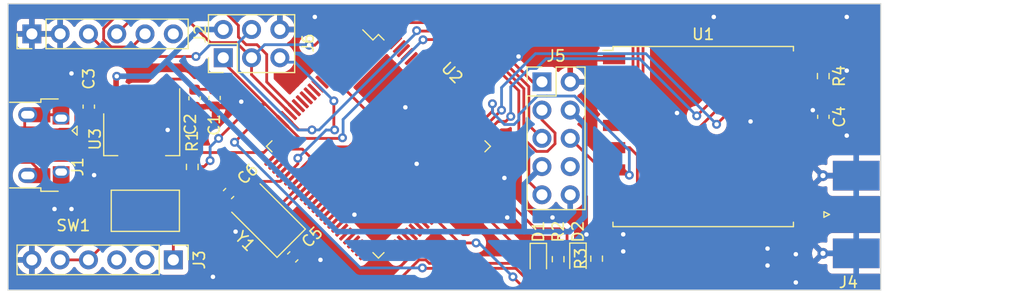
<source format=kicad_pcb>
(kicad_pcb (version 20221018) (generator pcbnew)
  (layers (0 "F.Cu" signal) (31 "B.Cu" signal) (34 "B.Paste" user) (35 "F.Paste" user) (36 "B.SilkS" user "B.Silkscreen") (37 "F.SilkS" user "F.Silkscreen") (38 "B.Mask" user) (39 "F.Mask" user) (44 "Edge.Cuts" user))
  (net 0 "")
  (net 10 "TCK")
  (net 11 "GND")
  (net 25 "TDO")
  (net 60 "Net-(D1-K)")
  (net 61 "LED2")
  (net 65 "DIO0")
  (net 66 "DIO1")
  (net 76 "TMS")
  (net 77 "RST")
  (net 79 "TDI")
  (net 85 "Net-(U2-XTAL1)")
  (net 86 "+5V")
  (net 90 "unconnected-(J1-Shield-Pad6)")
  (net 91 "MOSI")
  (net 92 "SCK")
  (net 93 "SS_ETH")
  (net 94 "INT")
  (net 95 "MISO")
  (net 96 "RST_ETH")
  (net 98 "Net-(J4-In)")
  (net 99 "SS_LORA")
  (net 100 "RST_LORA")
  (net 104 "+3V3")
  (net 106 "Net-(U2-XTAL2)")
  (net 107 "Net-(D2-K)")
  (net 108 "LED1")
  (footprint "Package_QFP:TQFP-100_14x14mm_P0.5mm" (layer "F.Cu") (at 71.75311 71.066968 -45)
    (fp_text reference "U2")
    (fp_text value "ATmega2560-16A" hide)
  )
  (footprint "Capacitor_SMD:C_0603_1608Metric" (layer "F.Cu") (at 55.25 66.75 -90)
    (fp_text reference "C2")
    (fp_text value "C_Small" hide)
  )
  (footprint "Connector_Coaxial:SMA_Molex_73251-2120_EdgeMount_Horizontal" (layer "F.Cu") (at 114.64195 77.19977)
    (fp_text reference "J4")
    (fp_text value "Conn_Coaxial" hide)
  )
  (footprint "Crystal:Crystal_SMD_5032-2Pin_5.0x3.2mm" (layer "F.Cu") (at 61.764415 77.627509 135)
    (fp_text reference "Y1")
    (fp_text value "Crystal" hide)
  )
  (footprint "Connector_PinHeader_2.54mm:PinHeader_2x05_P2.54mm_Vertical" (layer "F.Cu") (at 86.428108 65.270793)
    (fp_text reference "J5")
    (fp_text value "AVR-JTAG-10" hide)
  )
  (footprint "Connector_USB:USB_Micro-B_Amphenol_10103594-0001LF_Horizontal" (layer "F.Cu") (at 41.385 70.985 -90)
    (fp_text reference "J1")
    (fp_text value "USB_B_Micro" hide)
  )
  (footprint "LED_SMD:LED_0603_1608Metric" (layer "F.Cu") (at 86.106 81.28 -90)
    (fp_text reference "D1")
    (fp_text value "LED" hide)
  )
  (footprint "Capacitor_SMD:C_0603_1608Metric" (layer "F.Cu") (at 58.298902 75.317131 -135)
    (fp_text reference "C6")
    (fp_text value "C_Small" hide)
  )
  (footprint "Capacitor_SMD:C_0603_1608Metric" (layer "F.Cu") (at 57.039531 66.719876 -90)
    (fp_text reference "C1")
    (fp_text value "C_Small" hide)
  )
  (footprint "RF_Module:HOPERF_RFM9XW_SMD" (layer "F.Cu") (at 100.905501 70.191404)
    (fp_text reference "U1")
    (fp_text value "RFM95W-868S2" hide)
  )
  (footprint "Resistor_SMD:R_0603_1608Metric" (layer "F.Cu") (at 55.039451 72.921808 -90)
    (fp_text reference "R1")
    (fp_text value "R_Small" hide)
  )
  (footprint "Button_Switch_SMD:SW_SPST_CK_RS282G05A3" (layer "F.Cu") (at 50.826322 76.866836)
    (fp_text reference "SW1")
    (fp_text value "SW_Push" hide)
  )
  (footprint "Capacitor_SMD:C_0603_1608Metric" (layer "F.Cu") (at 64.058177 81.014393 -135)
    (fp_text reference "C5")
    (fp_text value "C_Small" hide)
  )
  (footprint "LED_SMD:LED_0603_1608Metric" (layer "F.Cu") (at 89.662 81.2545 -90)
    (fp_text reference "D2")
    (fp_text value "LED" hide)
  )
  (footprint "Resistor_SMD:R_0603_1608Metric" (layer "F.Cu") (at 87.884 81.217 90)
    (fp_text reference "R2")
    (fp_text value "R_Small" hide)
  )
  (footprint "Connector_PinHeader_2.54mm:PinHeader_1x06_P2.54mm_Vertical" (layer "F.Cu") (at 53.34 81.28 -90)
    (fp_text reference "J3")
    (fp_text value "Conn_01x06" hide)
  )
  (footprint "Resistor_SMD:R_0603_1608Metric" (layer "F.Cu") (at 111.683103 64.754733 -90)
    (fp_text reference "R4")
    (fp_text value "R_Small" hide)
  )
  (footprint "Connector_PinHeader_2.54mm:PinHeader_2x03_P2.54mm_Vertical" (layer "F.Cu") (at 57.822132 63.105162 90)
    (fp_text reference "J6")
    (fp_text value "AVR-ISP-6" hide)
  )
  (footprint "Connector_PinHeader_2.54mm:PinHeader_1x06_P2.54mm_Vertical" (layer "F.Cu") (at 40.64 60.96 90)
    (fp_text reference "J2")
    (fp_text value "Conn_01x06" hide)
  )
  (footprint "Capacitor_SMD:C_0603_1608Metric" (layer "F.Cu") (at 111.689806 68.416164 -90)
    (fp_text reference "C4")
    (fp_text value "C_Small" hide)
  )
  (footprint "Package_TO_SOT_SMD:SOT-223-3_TabPin2" (layer "F.Cu") (at 50.5 70 -90)
    (fp_text reference "U3")
    (fp_text value "LM1117-3.3" hide)
  )
  (footprint "Resistor_SMD:R_0603_1608Metric" (layer "F.Cu") (at 91.337997 81.170814 90)
    (fp_text reference "R3")
    (fp_text value "R_Small" hide)
  )
  (footprint "Capacitor_SMD:C_0603_1608Metric" (layer "F.Cu") (at 45.75 67.5 -90)
    (fp_text reference "C3")
    (fp_text value "C_Small" hide)
  )
  (gr_line (start 116.84 83.995) (end 116.84 58.245) (stroke (width 0.1)) (layer "Edge.Cuts"))
  (gr_line (start 38.5 58.25) (end 38.5 84) (stroke (width 0.1)) (layer "Edge.Cuts"))
  (gr_line (start 38.5 84) (end 116.84 84) (stroke (width 0.1)) (layer "Edge.Cuts"))
  (gr_line (start 116.84 58.25) (end 38.5 58.25) (stroke (width 0.1)) (layer "Edge.Cuts"))
  (segment (start 76.260826 63.023718) (end 75.403549 63.880995) (width 0.25) (layer "F.Cu") (net 10))
  (segment (start 85.581488 65.270793) (end 83.334413 63.023718) (width 0.25) (layer "F.Cu") (net 10))
  (segment (start 83.334413 63.023718) (end 76.260826 63.023718) (width 0.25) (layer "F.Cu") (net 10))
  (segment (start 86.428108 65.270793) (end 85.581488 65.270793) (width 0.25) (layer "F.Cu") (net 10))
  (segment (start 76.817762 76.838727) (end 76.2 76.220965) (width 0.25) (layer "F.Cu") (net 11))
  (segment (start 65.425437 73.152) (end 67.056 73.152) (width 0.25) (layer "F.Cu") (net 11))
  (segment (start 66.04 63.939645) (end 66.04 63.5) (width 0.25) (layer "F.Cu") (net 11))
  (segment (start 64.213584 74.363853) (end 65.425437 73.152) (width 0.25) (layer "F.Cu") (net 11))
  (segment (start 76.2 76.220965) (end 76.2 75.184) (width 0.25) (layer "F.Cu") (net 11))
  (segment (start 77.449035 77.47) (end 79.248 77.47) (width 0.25) (layer "F.Cu") (net 11))
  (segment (start 76.817762 76.838727) (end 77.449035 77.47) (width 0.25) (layer "F.Cu") (net 11))
  (segment (start 67.042011 64.941656) (end 66.04 63.939645) (width 0.25) (layer "F.Cu") (net 11))
  (via (at 83.058 73.914) (size 0.8) (drill 0.4) (layers "F.Cu" "B.Cu") (net 11))
  (via (at 58.928 78.74) (size 0.8) (drill 0.4) (layers "F.Cu" "B.Cu") (net 11))
  (via (at 56.896 82.804) (size 0.8) (drill 0.4) (layers "F.Cu" "B.Cu") (net 11))
  (via (at 113.792 64.262) (size 0.8) (drill 0.4) (layers "F.Cu" "B.Cu") (net 11))
  (via (at 109.22 83.312) (size 0.8) (drill 0.4) (layers "F.Cu" "B.Cu") (net 11))
  (via (at 66.04 59.436) (size 0.8) (drill 0.4) (layers "F.Cu" "B.Cu") (net 11))
  (via (at 109.22 80.772) (size 0.8) (drill 0.4) (layers "F.Cu" "B.Cu") (net 11))
  (via (at 113.792 70.104) (size 0.8) (drill 0.4) (layers "F.Cu" "B.Cu") (net 11))
  (via (at 42.672 76.708) (size 0.8) (drill 0.4) (layers "F.Cu" "B.Cu") (net 11))
  (via (at 46.228 73.66) (size 0.8) (drill 0.4) (layers "F.Cu" "B.Cu") (net 11))
  (via (at 44.196 76.708) (size 0.8) (drill 0.4) (layers "F.Cu" "B.Cu") (net 11))
  (via (at 69.596 77.216) (size 0.8) (drill 0.4) (layers "F.Cu" "B.Cu") (net 11))
  (via (at 84.328 62.992) (size 0.8) (drill 0.4) (layers "F.Cu" "B.Cu") (net 11))
  (via (at 66.548 81.28) (size 0.8) (drill 0.4) (layers "F.Cu" "B.Cu") (net 11))
  (via (at 113.792 59.436) (size 0.8) (drill 0.4) (layers "F.Cu" "B.Cu") (net 11))
  (via (at 52.832 69.596) (size 0.8) (drill 0.4) (layers "F.Cu" "B.Cu") (net 11))
  (via (at 101.854 59.436) (size 0.8) (drill 0.4) (layers "F.Cu" "B.Cu") (net 11))
  (via (at 105.156 68.834) (size 0.8) (drill 0.4) (layers "F.Cu" "B.Cu") (net 11))
  (via (at 93.726 80.518) (size 0.8) (drill 0.4) (layers "F.Cu" "B.Cu") (net 11))
  (via (at 83.312 77.47) (size 0.8) (drill 0.4) (layers "F.Cu" "B.Cu") (net 11))
  (via (at 74.168 67.564) (size 0.8) (drill 0.4) (layers "F.Cu" "B.Cu") (net 11))
  (via (at 59.436 67.056) (size 0.8) (drill 0.4) (layers "F.Cu" "B.Cu") (net 11))
  (via (at 87.376 77.47) (size 0.8) (drill 0.4) (layers "F.Cu" "B.Cu") (net 11))
  (via (at 98.552 68.072) (size 0.8) (drill 0.4) (layers "F.Cu" "B.Cu") (net 11))
  (via (at 106.68 81.788) (size 0.8) (drill 0.4) (layers "F.Cu" "B.Cu") (net 11))
  (via (at 75.184 72.644) (size 0.8) (drill 0.4) (layers "F.Cu" "B.Cu") (net 11))
  (via (at 106.68 80.264) (size 0.8) (drill 0.4) (layers "F.Cu" "B.Cu") (net 11))
  (via (at 93.726 78.984207) (size 0.8) (drill 0.4) (layers "F.Cu" "B.Cu") (net 11))
  (via (at 90.424 78.994) (size 0.8) (drill 0.4) (layers "F.Cu" "B.Cu") (net 11))
  (via (at 44.196 64.516) (size 0.8) (drill 0.4) (layers "F.Cu" "B.Cu") (net 11))
  (via (at 110.744 67.818) (size 0.8) (drill 0.4) (layers "F.Cu" "B.Cu") (net 11))
  (segment (start 84.803108 65.881504) (end 82.845322 63.923718) (width 0.25) (layer "F.Cu") (net 25))
  (segment (start 86.428108 67.810793) (end 86.428108 68.689092) (width 0.25) (layer "F.Cu") (net 25))
  (segment (start 87.603108 69.864092) (end 87.603108 70.837494) (width 0.25) (layer "F.Cu") (net 25))
  (segment (start 85.941407 71.525793) (end 84.803108 70.387494) (width 0.25) (layer "F.Cu") (net 25))
  (segment (start 86.428108 68.689092) (end 87.603108 69.864092) (width 0.25) (layer "F.Cu") (net 25))
  (segment (start 87.603108 70.837494) (end 86.914809 71.525793) (width 0.25) (layer "F.Cu") (net 25))
  (segment (start 84.803108 70.387494) (end 84.803108 65.881504) (width 0.25) (layer "F.Cu") (net 25))
  (segment (start 86.914809 71.525793) (end 85.941407 71.525793) (width 0.25) (layer "F.Cu") (net 25))
  (segment (start 82.845322 63.923718) (end 76.77504 63.923718) (width 0.25) (layer "F.Cu") (net 25))
  (segment (start 76.77504 63.923718) (end 76.110656 64.588102) (width 0.25) (layer "F.Cu") (net 25))
  (segment (start 86.106 80.4925) (end 86.3345 80.4925) (width 0.25) (layer "F.Cu") (net 60))
  (segment (start 86.3345 80.4925) (end 87.884 82.042) (width 0.25) (layer "F.Cu") (net 60))
  (segment (start 81.788 76.962) (end 81.026 76.2) (width 0.25) (layer "F.Cu") (net 61))
  (segment (start 86.106 82.0675) (end 81.788 77.7495) (width 0.25) (layer "F.Cu") (net 61))
  (segment (start 81.026 74.683004) (end 79.999743 73.656747) (width 0.25) (layer "F.Cu") (net 61))
  (segment (start 81.788 77.7495) (end 81.788 76.962) (width 0.25) (layer "F.Cu") (net 61))
  (segment (start 81.026 76.2) (end 81.026 74.683004) (width 0.25) (layer "F.Cu") (net 61))
  (segment (start 82.780253 67.818) (end 81.060403 69.53785) (width 0.25) (layer "F.Cu") (net 65))
  (segment (start 108.905501 67.191404) (end 104.004596 67.191404) (width 0.25) (layer "F.Cu") (net 65))
  (segment (start 82.804 67.818) (end 82.780253 67.818) (width 0.25) (layer "F.Cu") (net 65))
  (segment (start 104.004596 67.191404) (end 102.108 69.088) (width 0.25) (layer "F.Cu") (net 65))
  (via (at 102.108 69.088) (size 0.8) (drill 0.4) (layers "F.Cu" "B.Cu") (net 65))
  (via (at 82.804 67.818) (size 0.8) (drill 0.4) (layers "F.Cu" "B.Cu") (net 65))
  (segment (start 102.108 69.088) (end 95.758 62.738) (width 0.25) (layer "B.Cu") (net 65))
  (segment (start 82.804 65.78445) (end 82.804 67.818) (width 0.25) (layer "B.Cu") (net 65))
  (segment (start 95.758 62.738) (end 85.85045 62.738) (width 0.25) (layer "B.Cu") (net 65))
  (segment (start 85.85045 62.738) (end 82.804 65.78445) (width 0.25) (layer "B.Cu") (net 65))
  (segment (start 103.464596 65.191404) (end 100.325701 68.330299) (width 0.25) (layer "F.Cu") (net 66))
  (segment (start 83.177204 68.834) (end 82.471359 68.834) (width 0.25) (layer "F.Cu") (net 66))
  (segment (start 108.905501 65.191404) (end 103.464596 65.191404) (width 0.25) (layer "F.Cu") (net 66))
  (segment (start 82.471359 68.834) (end 81.413956 69.891403) (width 0.25) (layer "F.Cu") (net 66))
  (segment (start 83.629102 68.382102) (end 83.177204 68.834) (width 0.25) (layer "F.Cu") (net 66))
  (via (at 83.629102 68.382102) (size 0.8) (drill 0.4) (layers "F.Cu" "B.Cu") (net 66))
  (via (at 100.325701 68.330299) (size 0.8) (drill 0.4) (layers "F.Cu" "B.Cu") (net 66))
  (segment (start 100.325701 68.330299) (end 99.342402 67.347) (width 0.25) (layer "B.Cu") (net 66))
  (segment (start 91.694 63.188) (end 86.797297 63.188) (width 0.25) (layer "B.Cu") (net 66))
  (segment (start 85.278252 64.070649) (end 83.629102 65.719799) (width 0.25) (layer "B.Cu") (net 66))
  (segment (start 86.797297 63.188) (end 85.914649 64.070649) (width 0.25) (layer "B.Cu") (net 66))
  (segment (start 95.183402 63.188) (end 91.694 63.188) (width 0.25) (layer "B.Cu") (net 66))
  (segment (start 85.914649 64.070649) (end 85.278252 64.070649) (width 0.25) (layer "B.Cu") (net 66))
  (segment (start 83.629102 65.719799) (end 83.629102 68.382102) (width 0.25) (layer "B.Cu") (net 66))
  (segment (start 99.342402 67.347) (end 95.183402 63.188) (width 0.25) (layer "B.Cu") (net 66))
  (segment (start 83.031718 63.473718) (end 76.517933 63.473718) (width 0.25) (layer "F.Cu") (net 76))
  (segment (start 86.428108 70.350793) (end 85.253108 69.175793) (width 0.25) (layer "F.Cu") (net 76))
  (segment (start 85.253108 69.175793) (end 85.253108 65.695108) (width 0.25) (layer "F.Cu") (net 76))
  (segment (start 85.253108 65.695108) (end 83.031718 63.473718) (width 0.25) (layer "F.Cu") (net 76))
  (segment (start 76.517933 63.473718) (end 75.757102 64.234549) (width 0.25) (layer "F.Cu") (net 76))
  (segment (start 75.395994 81.2795) (end 73.363494 83.312) (width 0.25) (layer "F.Cu") (net 77))
  (segment (start 73.363494 83.312) (end 61.171486 83.312) (width 0.25) (layer "F.Cu") (net 77))
  (segment (start 54.726322 74.059937) (end 55.039451 73.746808) (width 0.25) (layer "F.Cu") (net 77))
  (segment (start 84.269701 81.592) (end 76.309104 81.592) (width 0.25) (layer "F.Cu") (net 77))
  (segment (start 76.309104 81.592) (end 75.996604 81.2795) (width 0.25) (layer "F.Cu") (net 77))
  (segment (start 85.507701 82.83) (end 84.269701 81.592) (width 0.25) (layer "F.Cu") (net 77))
  (segment (start 75.996604 81.2795) (end 75.395994 81.2795) (width 0.25) (layer "F.Cu") (net 77))
  (segment (start 92.71 82.55) (end 92.43 82.83) (width 0.25) (layer "F.Cu") (net 77))
  (segment (start 55.039451 73.746808) (end 60.030808 73.746808) (width 0.25) (layer "F.Cu") (net 77))
  (segment (start 60.508684 74.224684) (end 62.93854 74.224684) (width 0.25) (layer "F.Cu") (net 77))
  (segment (start 92.71 79.502) (end 92.71 82.55) (width 0.25) (layer "F.Cu") (net 77))
  (segment (start 67.749503 69.527503) (end 67.818 69.596) (width 0.25) (layer "F.Cu") (net 77))
  (segment (start 60.030808 73.746808) (end 60.508684 74.224684) (width 0.25) (layer "F.Cu") (net 77))
  (segment (start 62.93854 74.224684) (end 63.506477 73.656747) (width 0.25) (layer "F.Cu") (net 77))
  (segment (start 64.516 72.647224) (end 64.516 72.136) (width 0.25) (layer "F.Cu") (net 77))
  (segment (start 67.749503 66.987503) (end 67.749503 69.527503) (width 0.25) (layer "F.Cu") (net 77))
  (segment (start 54.726322 76.866836) (end 54.726322 74.059937) (width 0.25) (layer "F.Cu") (net 77))
  (segment (start 61.171486 83.312) (end 54.726322 76.866836) (width 0.25) (layer "F.Cu") (net 77))
  (segment (start 88.968108 70.350793) (end 91.186 72.568685) (width 0.25) (layer "F.Cu") (net 77))
  (segment (start 63.506477 73.656747) (end 64.516 72.647224) (width 0.25) (layer "F.Cu") (net 77))
  (segment (start 91.186 72.568685) (end 91.186 77.978) (width 0.25) (layer "F.Cu") (net 77))
  (segment (start 92.43 82.83) (end 85.507701 82.83) (width 0.25) (layer "F.Cu") (net 77))
  (segment (start 91.186 77.978) (end 92.71 79.502) (width 0.25) (layer "F.Cu") (net 77))
  (via (at 67.818 69.596) (size 0.8) (drill 0.4) (layers "F.Cu" "B.Cu") (net 77))
  (via (at 67.749503 66.987503) (size 0.8) (drill 0.4) (layers "F.Cu" "B.Cu") (net 77))
  (via (at 64.516 72.136) (size 0.8) (drill 0.4) (layers "F.Cu" "B.Cu") (net 77))
  (segment (start 67.056 69.605305) (end 67.808695 69.605305) (width 0.25) (layer "B.Cu") (net 77))
  (segment (start 64.262 63.5) (end 67.749503 66.987503) (width 0.25) (layer "B.Cu") (net 77))
  (segment (start 63.29697 63.5) (end 64.262 63.5) (width 0.25) (layer "B.Cu") (net 77))
  (segment (start 67.056 69.605305) (end 67.056 69.596) (width 0.25) (layer "B.Cu") (net 77))
  (segment (start 64.525305 72.136) (end 67.056 69.605305) (width 0.25) (layer "B.Cu") (net 77))
  (segment (start 62.902132 63.105162) (end 63.29697 63.5) (width 0.25) (layer "B.Cu") (net 77))
  (segment (start 67.808695 69.605305) (end 67.818 69.596) (width 0.25) (layer "B.Cu") (net 77))
  (segment (start 64.516 72.136) (end 64.525305 72.136) (width 0.25) (layer "B.Cu") (net 77))
  (segment (start 85.253108 71.537108) (end 85.253108 74.255793) (width 0.25) (layer "F.Cu") (net 79))
  (segment (start 84.353108 66.0679) (end 84.353108 70.637108) (width 0.25) (layer "F.Cu") (net 79))
  (segment (start 77.032147 64.373718) (end 82.658926 64.373718) (width 0.25) (layer "F.Cu") (net 79))
  (segment (start 82.658926 64.373718) (end 84.353108 66.0679) (width 0.25) (layer "F.Cu") (net 79))
  (segment (start 76.464209 64.941656) (end 77.032147 64.373718) (width 0.25) (layer "F.Cu") (net 79))
  (segment (start 85.253108 74.255793) (end 86.428108 75.430793) (width 0.25) (layer "F.Cu") (net 79))
  (segment (start 84.353108 70.637108) (end 85.253108 71.537108) (width 0.25) (layer "F.Cu") (net 79))
  (segment (start 63.072563 76.919088) (end 64.920691 75.07096) (width 0.25) (layer "F.Cu") (net 85))
  (segment (start 64.606185 80.466385) (end 64.603291 80.466385) (width 0.25) (layer "F.Cu") (net 85))
  (segment (start 64.603291 80.466385) (end 63.072563 78.935657) (width 0.25) (layer "F.Cu") (net 85))
  (segment (start 63.072563 78.935657) (end 63.072563 76.919088) (width 0.25) (layer "F.Cu") (net 85))
  (segment (start 45.875 66.85) (end 45.75 66.725) (width 0.5) (layer "F.Cu") (net 86))
  (segment (start 44.704 67.771) (end 45.75 66.725) (width 0.5) (layer "F.Cu") (net 86))
  (segment (start 48.2 66.85) (end 45.875 66.85) (width 0.5) (layer "F.Cu") (net 86))
  (segment (start 44.704 69.431) (end 44.704 67.771) (width 0.5) (layer "F.Cu") (net 86))
  (segment (start 48.26 64.77) (end 48.2 64.83) (width 0.5) (layer "F.Cu") (net 86))
  (segment (start 48.2 64.83) (end 48.2 66.85) (width 0.5) (layer "F.Cu") (net 86))
  (segment (start 44.475 69.66) (end 44.704 69.431) (width 0.5) (layer "F.Cu") (net 86))
  (segment (start 43.15 69.66) (end 44.475 69.66) (width 0.5) (layer "F.Cu") (net 86))
  (via (at 48.26 64.77) (size 0.8) (drill 0.4) (layers "F.Cu" "B.Cu") (net 86))
  (segment (start 90.268108 69.110793) (end 90.268108 77.371892) (width 0.5) (layer "B.Cu") (net 86))
  (segment (start 88.9 78.74) (end 84.836 78.74) (width 0.5) (layer "B.Cu") (net 86))
  (segment (start 48.26 64.77) (end 51.368478 64.77) (width 0.5) (layer "B.Cu") (net 86))
  (segment (start 84.836 74.482901) (end 84.836 78.74) (width 0.5) (layer "B.Cu") (net 86))
  (segment (start 90.268108 77.371892) (end 88.9 78.74) (width 0.5) (layer "B.Cu") (net 86))
  (segment (start 88.968108 67.810793) (end 90.268108 69.110793) (width 0.5) (layer "B.Cu") (net 86))
  (segment (start 68.072 78.74) (end 52.735239 63.403239) (width 0.5) (layer "B.Cu") (net 86))
  (segment (start 55.573316 60.565162) (end 52.735239 63.403239) (width 0.5) (layer "B.Cu") (net 86))
  (segment (start 86.428108 72.890793) (end 84.836 74.482901) (width 0.5) (layer "B.Cu") (net 86))
  (segment (start 57.822132 60.565162) (end 55.573316 60.565162) (width 0.5) (layer "B.Cu") (net 86))
  (segment (start 51.368478 64.77) (end 52.735239 63.403239) (width 0.5) (layer "B.Cu") (net 86))
  (segment (start 84.836 78.74) (end 68.072 78.74) (width 0.5) (layer "B.Cu") (net 86))
  (segment (start 40 71.92) (end 40 70) (width 0.25) (layer "F.Cu") (net 90))
  (segment (start 43.13 68.23) (end 43.25 68.11) (width 0.25) (layer "F.Cu") (net 90))
  (segment (start 41.2 68.23) (end 43.13 68.23) (width 0.25) (layer "F.Cu") (net 90))
  (segment (start 41.95 73.87) (end 40 71.92) (width 0.25) (layer "F.Cu") (net 90))
  (segment (start 41.95 73.96) (end 41.95 73.87) (width 0.25) (layer "F.Cu") (net 90))
  (segment (start 40 70) (end 40 68.5) (width 0.25) (layer "F.Cu") (net 90))
  (segment (start 40 68.5) (end 40.27 68.23) (width 0.25) (layer "F.Cu") (net 90))
  (segment (start 75.184 60.6685) (end 75.2215 60.706) (width 0.25) (layer "F.Cu") (net 91))
  (segment (start 55.372 62.992) (end 47.752 62.992) (width 0.25) (layer "F.Cu") (net 91))
  (segment (start 65.786 69.596) (end 64.625288 69.596) (width 0.25) (layer "F.Cu") (net 91))
  (segment (start 95.054 65.542905) (end 93.405501 67.191404) (width 0.25) (layer "F.Cu") (net 91))
  (segment (start 47.752 62.992) (end 45.72 60.96) (width 0.25) (layer "F.Cu") (net 91))
  (segment (start 94.105604 60.706) (end 95.054 61.654396) (width 0.25) (layer "F.Cu") (net 91))
  (segment (start 75.2215 60.706) (end 94.105604 60.706) (width 0.25) (layer "F.Cu") (net 91))
  (segment (start 95.054 61.654396) (end 95.054 65.542905) (width 0.25) (layer "F.Cu") (net 91))
  (segment (start 64.625288 69.596) (end 63.506477 68.477189) (width 0.25) (layer "F.Cu") (net 91))
  (segment (start 93.405501 67.191404) (end 92.905501 67.191404) (width 0.25) (layer "F.Cu") (net 91))
  (via (at 65.786 69.596) (size 0.8) (drill 0.4) (layers "F.Cu" "B.Cu") (net 91))
  (via (at 75.184 60.6685) (size 0.8) (drill 0.4) (layers "F.Cu" "B.Cu") (net 91))
  (via (at 55.372 62.992) (size 0.8) (drill 0.4) (layers "F.Cu" "B.Cu") (net 91))
  (segment (start 59.187132 61.740162) (end 59.187132 61.976) (width 0.25) (layer "B.Cu") (net 91))
  (segment (start 64.516 69.596) (end 59.187132 64.267132) (width 0.25) (layer "B.Cu") (net 91))
  (segment (start 75.184 60.831604) (end 75.184 60.6685) (width 0.25) (layer "B.Cu") (net 91))
  (segment (start 55.372 62.992) (end 55.585294 62.992) (width 0.25) (layer "B.Cu") (net 91))
  (segment (start 60.362132 60.565162) (end 59.187132 61.740162) (width 0.25) (layer "B.Cu") (net 91))
  (segment (start 65.786 69.596) (end 66.428909 69.596) (width 0.25) (layer "B.Cu") (net 91))
  (segment (start 66.428909 69.596) (end 66.606 69.418909) (width 0.25) (layer "B.Cu") (net 91))
  (segment (start 55.585294 62.992) (end 56.647132 61.930162) (width 0.25) (layer "B.Cu") (net 91))
  (segment (start 65.786 69.596) (end 64.516 69.596) (width 0.25) (layer "B.Cu") (net 91))
  (segment (start 66.606 69.418909) (end 66.606 69.409604) (width 0.25) (layer "B.Cu") (net 91))
  (segment (start 66.606 69.409604) (end 75.184 60.831604) (width 0.25) (layer "B.Cu") (net 91))
  (segment (start 59.187132 64.267132) (end 59.187132 61.976) (width 0.25) (layer "B.Cu") (net 91))
  (segment (start 56.647132 61.930162) (end 59.141294 61.930162) (width 0.25) (layer "B.Cu") (net 91))
  (segment (start 59.141294 61.930162) (end 59.187132 61.976) (width 0.25) (layer "B.Cu") (net 91))
  (segment (start 66.04 61.976) (end 65.532 61.976) (width 0.25) (layer "F.Cu") (net 92))
  (segment (start 60.362132 63.105162) (end 60.362132 64.625737) (width 0.25) (layer "F.Cu") (net 92))
  (segment (start 60.362132 64.625737) (end 63.860031 68.123636) (width 0.25) (layer "F.Cu") (net 92))
  (segment (start 95.504 61.468) (end 93.98 59.944) (width 0.25) (layer "F.Cu") (net 92))
  (segment (start 60.362132 63.105162) (end 58.997132 61.740162) (width 0.25) (layer "F.Cu") (net 92))
  (segment (start 49.784 59.436) (end 48.26 60.96) (width 0.25) (layer "F.Cu") (net 92))
  (segment (start 93.510954 68.735951) (end 95.504 66.742905) (width 0.25) (layer "F.Cu") (net 92))
  (segment (start 58.997132 61.740162) (end 56.660162 61.740162) (width 0.25) (layer "F.Cu") (net 92))
  (segment (start 54.356 59.436) (end 49.784 59.436) (width 0.25) (layer "F.Cu") (net 92))
  (segment (start 68.072 59.944) (end 66.548 61.468) (width 0.25) (layer "F.Cu") (net 92))
  (segment (start 92.905501 69.191404) (end 93.435954 68.660951) (width 0.25) (layer "F.Cu") (net 92))
  (segment (start 66.548 61.468) (end 66.04 61.976) (width 0.25) (layer "F.Cu") (net 92))
  (segment (start 93.435954 68.660951) (end 93.510954 68.735951) (width 0.25) (layer "F.Cu") (net 92))
  (segment (start 93.98 59.944) (end 68.072 59.944) (width 0.25) (layer "F.Cu") (net 92))
  (segment (start 95.504 66.742905) (end 95.504 61.468) (width 0.25) (layer "F.Cu") (net 92))
  (segment (start 56.660162 61.740162) (end 54.356 59.436) (width 0.25) (layer "F.Cu") (net 92))
  (via (at 65.532 61.976) (size 0.8) (drill 0.4) (layers "F.Cu" "B.Cu") (net 92))
  (segment (start 65.486162 61.930162) (end 61.537132 61.930162) (width 0.25) (layer "B.Cu") (net 92))
  (segment (start 61.537132 61.930162) (end 60.362132 63.105162) (width 0.25) (layer "B.Cu") (net 92))
  (segment (start 65.532 61.976) (end 65.486162 61.930162) (width 0.25) (layer "B.Cu") (net 92))
  (segment (start 48.630299 58.928) (end 57.912 58.928) (width 0.25) (layer "F.Cu") (net 93))
  (segment (start 49.625 62.135) (end 47.773299 62.135) (width 0.25) (layer "F.Cu") (net 93))
  (segment (start 47.085 61.446701) (end 47.085 60.473299) (width 0.25) (layer "F.Cu") (net 93))
  (segment (start 61.722 62.803329) (end 61.722 65.278499) (width 0.25) (layer "F.Cu") (net 93))
  (segment (start 59.182 60.198) (end 59.182 61.236731) (width 0.25) (layer "F.Cu") (net 93))
  (segment (start 47.085 60.473299) (end 48.630299 58.928) (width 0.25) (layer "F.Cu") (net 93))
  (segment (start 59.875431 61.930162) (end 60.848833 61.930162) (width 0.25) (layer "F.Cu") (net 93))
  (segment (start 57.912 58.928) (end 59.182 60.198) (width 0.25) (layer "F.Cu") (net 93))
  (segment (start 47.773299 62.135) (end 47.085 61.446701) (width 0.25) (layer "F.Cu") (net 93))
  (segment (start 59.182 61.236731) (end 59.875431 61.930162) (width 0.25) (layer "F.Cu") (net 93))
  (segment (start 61.722 65.278499) (end 64.213584 67.770083) (width 0.25) (layer "F.Cu") (net 93))
  (segment (start 60.848833 61.930162) (end 61.722 62.803329) (width 0.25) (layer "F.Cu") (net 93))
  (segment (start 50.8 60.96) (end 49.625 62.135) (width 0.25) (layer "F.Cu") (net 93))
  (segment (start 57.404 70.358) (end 60.452 67.31) (width 0.25) (layer "F.Cu") (net 95))
  (segment (start 94.320596 65.191404) (end 92.905501 65.191404) (width 0.25) (layer "F.Cu") (net 95))
  (segment (start 53.34 81.28) (end 53.34 74.228797) (width 0.25) (layer "F.Cu") (net 95))
  (segment (start 54.670797 72.898) (end 56.0965 72.898) (width 0.25) (layer "F.Cu") (net 95))
  (segment (start 94.604 64.908) (end 94.320596 65.191404) (width 0.25) (layer "F.Cu") (net 95))
  (segment (start 68.524755 70.302755) (end 68.46951 70.358) (width 0.25) (layer "F.Cu") (net 95))
  (segment (start 75.775635 61.468) (end 93.98 61.468) (width 0.25) (layer "F.Cu") (net 95))
  (segment (start 75.754315 61.48932) (end 75.775635 61.468) (width 0.25) (layer "F.Cu") (net 95))
  (segment (start 57.822132 63.105162) (end 57.822132 63.49995) (width 0.25) (layer "F.Cu") (net 95))
  (segment (start 60.452 67.31) (end 61.468 67.31) (width 0.25) (layer "F.Cu") (net 95))
  (segment (start 64.680181 70.358) (end 63.152924 68.830743) (width 0.25) (layer "F.Cu") (net 95))
  (segment (start 57.822132 63.49995) (end 61.550091 67.227909) (width 0.25) (layer "F.Cu") (net 95))
  (segment (start 61.468 67.31) (end 61.550091 67.227909) (width 0.25) (layer "F.Cu") (net 95))
  (segment (start 53.34 74.228797) (end 54.670797 72.898) (width 0.25) (layer "F.Cu") (net 95))
  (segment (start 68.46951 70.358) (end 64.680181 70.358) (width 0.25) (layer "F.Cu") (net 95))
  (segment (start 94.604 62.092) (end 94.604 64.908) (width 0.25) (layer "F.Cu") (net 95))
  (segment (start 93.98 61.468) (end 94.604 62.092) (width 0.25) (layer "F.Cu") (net 95))
  (segment (start 61.550091 67.227909) (end 63.152924 68.830743) (width 0.25) (layer "F.Cu") (net 95))
  (segment (start 56.0965 72.898) (end 56.642 72.3525) (width 0.25) (layer "F.Cu") (net 95))
  (via (at 75.754315 61.48932) (size 0.8) (drill 0.4) (layers "F.Cu" "B.Cu") (net 95))
  (via (at 68.524755 70.302755) (size 0.8) (drill 0.4) (layers "F.Cu" "B.Cu") (net 95))
  (via (at 56.642 72.3525) (size 0.8) (drill 0.4) (layers "F.Cu" "B.Cu") (net 95))
  (via (at 57.404 70.358) (size 0.8) (drill 0.4) (layers "F.Cu" "B.Cu") (net 95))
  (segment (start 75.754315 61.48932) (end 75.742819 61.48932) (width 0.25) (layer "B.Cu") (net 95))
  (segment (start 68.58 70.24751) (end 68.524755 70.302755) (width 0.25) (layer "B.Cu") (net 95))
  (segment (start 68.58 68.652139) (end 68.58 70.24751) (width 0.25) (layer "B.Cu") (net 95))
  (segment (start 56.642 72.3525) (end 56.642 71.12) (width 0.25) (layer "B.Cu") (net 95))
  (segment (start 75.742819 61.48932) (end 68.58 68.652139) (width 0.25) (layer "B.Cu") (net 95))
  (segment (start 56.642 71.12) (end 57.404 70.358) (width 0.25) (layer "B.Cu") (net 95))
  (segment (start 108.905501 77.191404) (end 114.633584 77.191404) (width 0.8) (layer "F.Cu") (net 98))
  (segment (start 114.633584 77.191404) (end 114.64195 77.19977) (width 0.8) (layer "F.Cu") (net 98))
  (segment (start 94.305404 71.191404) (end 94.996 71.882) (width 0.25) (layer "F.Cu") (net 99))
  (segment (start 110.968836 66.294) (end 103.632 66.294) (width 0.25) (layer "F.Cu") (net 99))
  (segment (start 75.733799 82.042) (end 75.696299 82.0045) (width 0.25) (layer "F.Cu") (net 99))
  (segment (start 58.835312 70.704688) (end 60.96 68.58) (width 0.25) (layer "F.Cu") (net 99))
  (segment (start 85.353305 83.312) (end 84.083305 82.042) (width 0.25) (layer "F.Cu") (net 99))
  (segment (start 62.195074 68.58) (end 62.79937 69.184296) (width 0.25) (layer "F.Cu") (net 99))
  (segment (start 95.25 71.628) (end 94.996 71.882) (width 0.25) (layer "F.Cu") (net 99))
  (segment (start 84.083305 82.042) (end 75.733799 82.042) (width 0.25) (layer "F.Cu") (net 99))
  (segment (start 98.298 71.628) (end 95.25 71.628) (width 0.25) (layer "F.Cu") (net 99))
  (segment (start 92.71 83.312) (end 85.353305 83.312) (width 0.25) (layer "F.Cu") (net 99))
  (segment (start 103.632 66.294) (end 98.298 71.628) (width 0.25) (layer "F.Cu") (net 99))
  (segment (start 94.996 81.026) (end 92.71 83.312) (width 0.25) (layer "F.Cu") (net 99))
  (segment (start 94.996 71.882) (end 94.996 81.026) (width 0.25) (layer "F.Cu") (net 99))
  (segment (start 111.683103 65.579733) (end 110.968836 66.294) (width 0.25) (layer "F.Cu") (net 99))
  (segment (start 92.905501 71.191404) (end 94.305404 71.191404) (width 0.25) (layer "F.Cu") (net 99))
  (segment (start 60.96 68.58) (end 62.195074 68.58) (width 0.25) (layer "F.Cu") (net 99))
  (via (at 75.696299 82.0045) (size 0.8) (drill 0.4) (layers "F.Cu" "B.Cu") (net 99))
  (via (at 58.835312 70.704688) (size 0.8) (drill 0.4) (layers "F.Cu" "B.Cu") (net 99))
  (segment (start 75.696299 82.0045) (end 70.135124 82.0045) (width 0.25) (layer "B.Cu") (net 99))
  (segment (start 70.135124 82.0045) (end 58.835312 70.704688) (width 0.25) (layer "B.Cu") (net 99))
  (segment (start 81.985627 67.244179) (end 81.985627 67.905519) (width 0.25) (layer "F.Cu") (net 100))
  (segment (start 81.985627 67.905519) (end 80.70685 69.184296) (width 0.25) (layer "F.Cu") (net 100))
  (segment (start 92.905501 73.191404) (end 93.802904 73.191404) (width 0.25) (layer "F.Cu") (net 100))
  (segment (start 93.802904 73.191404) (end 94.2715 73.66) (width 0.25) (layer "F.Cu") (net 100))
  (via (at 94.2715 73.66) (size 0.8) (drill 0.4) (layers "F.Cu" "B.Cu") (net 100))
  (via (at 81.985627 67.244179) (size 0.8) (drill 0.4) (layers "F.Cu" "B.Cu") (net 100))
  (segment (start 83.929407 69.107102) (end 83.067797 69.107102) (width 0.25) (layer "B.Cu") (net 100))
  (segment (start 83.067797 69.107102) (end 81.985627 68.024932) (width 0.25) (layer "B.Cu") (net 100))
  (segment (start 84.354102 68.682407) (end 83.929407 69.107102) (width 0.25) (layer "B.Cu") (net 100))
  (segment (start 86.868 66.548) (end 86.0292 66.548) (width 0.25) (layer "B.Cu") (net 100))
  (segment (start 94.2715 71.452484) (end 89.367016 66.548) (width 0.25) (layer "B.Cu") (net 100))
  (segment (start 86.0292 66.548) (end 84.354102 68.223098) (width 0.25) (layer "B.Cu") (net 100))
  (segment (start 94.2715 73.66) (end 94.2715 71.452484) (width 0.25) (layer "B.Cu") (net 100))
  (segment (start 81.985627 68.024932) (end 81.985627 67.244179) (width 0.25) (layer "B.Cu") (net 100))
  (segment (start 84.354102 68.223098) (end 84.354102 68.682407) (width 0.25) (layer "B.Cu") (net 100))
  (segment (start 89.367016 66.548) (end 86.868 66.548) (width 0.25) (layer "B.Cu") (net 100))
  (segment (start 71.628 72.356071) (end 71.628 70.612) (width 0.25) (layer "F.Cu") (net 104))
  (segment (start 63.860031 74.0103) (end 65.734331 72.136) (width 0.25) (layer "F.Cu") (net 104))
  (segment (start 55.25 65.975) (end 54.299 65.024) (width 0.25) (layer "F.Cu") (net 104))
  (segment (start 111.689806 69.191164) (end 112.776 68.10497) (width 0.25) (layer "F.Cu") (net 104))
  (segment (start 65.887166 72.034834) (end 66.802 71.12) (width 0.25) (layer "F.Cu") (net 104))
  (segment (start 50.5 70.104) (end 50.5 66.85) (width 0.25) (layer "F.Cu") (net 104))
  (segment (start 43.18 81.28) (end 45.72 81.28) (width 0.25) (layer "F.Cu") (net 104))
  (segment (start 92.964 83.82) (end 84.836 83.82) (width 0.25) (layer "F.Cu") (net 104))
  (segment (start 72.928675 61.406122) (end 69.178757 65.15604) (width 0.25) (layer "F.Cu") (net 104))
  (segment (start 61.774958 71.321042) (end 61.468 71.628) (width 0.25) (layer "F.Cu") (net 104))
  (segment (start 79.999743 68.477189) (end 77.864932 70.612) (width 0.25) (layer "F.Cu") (net 104))
  (segment (start 107.592596 69.191404) (end 92.964 83.82) (width 0.25) (layer "F.Cu") (net 104))
  (segment (start 65.633166 72.034834) (end 64.919373 71.321042) (width 0.25) (layer "F.Cu") (net 104))
  (segment (start 55.280124 65.944876) (end 55.25 65.975) (width 0.25) (layer "F.Cu") (net 104))
  (segment (start 77.864932 70.612) (end 71.628 70.612) (width 0.25) (layer "F.Cu") (net 104))
  (segment (start 71.628 70.612) (end 71.628 69.596) (width 0.25) (layer "F.Cu") (net 104))
  (segment (start 52.326 65.024) (end 50.5 66.85) (width 0.25) (layer "F.Cu") (net 104))
  (segment (start 54.299 65.024) (end 52.326 65.024) (width 0.25) (layer "F.Cu") (net 104))
  (segment (start 80.518 79.756) (end 79.027929 79.756) (width 0.25) (layer "F.Cu") (net 104))
  (segment (start 52.492808 72.096808) (end 50.5 70.104) (width 0.25) (layer "F.Cu") (net 104))
  (segment (start 111.689806 69.191164) (end 111.689566 69.191404) (width 0.25) (layer "F.Cu") (net 104))
  (segment (start 108.905501 69.191404) (end 107.592596 69.191404) (width 0.25) (layer "F.Cu") (net 104))
  (segment (start 50.5 73.15) (end 50.5 70.104) (width 0.25) (layer "F.Cu") (net 104))
  (segment (start 65.633166 72.034834) (end 65.887166 72.034834) (width 0.25) (layer "F.Cu") (net 104))
  (segment (start 76.464209 77.19228) (end 71.628 72.356071) (width 0.25) (layer "F.Cu") (net 104))
  (segment (start 65.734331 72.136) (end 65.633166 72.034834) (width 0.25) (layer "F.Cu") (net 104))
  (segment (start 66.802 71.12) (end 69.088 71.12) (width 0.25) (layer "F.Cu") (net 104))
  (segment (start 69.178757 65.15604) (end 67.963502 65.15604) (width 0.25) (layer "F.Cu") (net 104))
  (segment (start 67.963502 65.15604) (end 67.395564 64.588102) (width 0.25) (layer "F.Cu") (net 104))
  (segment (start 111.689566 69.191404) (end 108.905501 69.191404) (width 0.25) (layer "F.Cu") (net 104))
  (segment (start 55.039451 72.096808) (end 52.492808 72.096808) (width 0.25) (layer "F.Cu") (net 104))
  (segment (start 57.039531 65.944876) (end 55.280124 65.944876) (width 0.25) (layer "F.Cu") (net 104))
  (segment (start 112.776 68.10497) (end 112.776 65.02263) (width 0.25) (layer "F.Cu") (net 104))
  (segment (start 112.776 65.02263) (end 111.683103 63.929733) (width 0.25) (layer "F.Cu") (net 104))
  (segment (start 64.919373 71.321042) (end 61.774958 71.321042) (width 0.25) (layer "F.Cu") (net 104))
  (segment (start 50.5 76.5) (end 50.5 73.15) (width 0.25) (layer "F.Cu") (net 104))
  (segment (start 79.027929 79.756) (end 76.464209 77.19228) (width 0.25) (layer "F.Cu") (net 104))
  (segment (start 55.508259 71.628) (end 55.039451 72.096808) (width 0.25) (layer "F.Cu") (net 104))
  (segment (start 84.836 83.82) (end 83.82 82.804) (width 0.25) (layer "F.Cu") (net 104))
  (segment (start 71.628 69.596) (end 71.12 69.088) (width 0.25) (layer "F.Cu") (net 104))
  (segment (start 61.468 71.628) (end 55.508259 71.628) (width 0.25) (layer "F.Cu") (net 104))
  (segment (start 71.12 69.088) (end 71.507731 68.700269) (width 0.25) (layer "F.Cu") (net 104))
  (segment (start 45.72 81.28) (end 50.5 76.5) (width 0.25) (layer "F.Cu") (net 104))
  (segment (start 71.507731 68.700269) (end 67.963502 65.15604) (width 0.25) (layer "F.Cu") (net 104))
  (segment (start 69.088 71.12) (end 71.12 69.088) (width 0.25) (layer "F.Cu") (net 104))
  (via (at 80.518 79.756) (size 0.8) (drill 0.4) (layers "F.Cu" "B.Cu") (net 104))
  (via (at 83.82 82.804) (size 0.8) (drill 0.4) (layers "F.Cu" "B.Cu") (net 104))
  (segment (start 80.772 79.756) (end 83.82 82.804) (width 0.25) (layer "B.Cu") (net 104))
  (segment (start 80.518 79.756) (end 80.772 79.756) (width 0.25) (layer "B.Cu") (net 104))
  (segment (start 58.84691 74.769123) (end 58.906029 74.769123) (width 0.25) (layer "F.Cu") (net 106))
  (segment (start 58.906029 74.769123) (end 60.456267 76.319361) (width 0.25) (layer "F.Cu") (net 106))
  (segment (start 62.965183 76.319361) (end 64.567137 74.717407) (width 0.25) (layer "F.Cu") (net 106))
  (segment (start 60.456267 76.319361) (end 62.965183 76.319361) (width 0.25) (layer "F.Cu") (net 106))
  (segment (start 89.809183 80.467) (end 91.337997 81.995814) (width 0.25) (layer "F.Cu") (net 107))
  (segment (start 89.662 80.467) (end 89.809183 80.467) (width 0.25) (layer "F.Cu") (net 107))
  (segment (start 82.017103 74.967) (end 82.333 74.967) (width 0.25) (layer "F.Cu") (net 108))
  (segment (start 88.684 78.778) (end 88.684 81.064) (width 0.25) (layer "F.Cu") (net 108))
  (segment (start 88.392 78.486) (end 88.684 78.778) (width 0.25) (layer "F.Cu") (net 108))
  (segment (start 80.353296 73.303193) (end 82.017103 74.967) (width 0.25) (layer "F.Cu") (net 108))
  (segment (start 82.333 74.967) (end 85.852 78.486) (width 0.25) (layer "F.Cu") (net 108))
  (segment (start 85.852 78.486) (end 88.392 78.486) (width 0.25) (layer "F.Cu") (net 108))
  (segment (start 88.684 81.064) (end 89.662 82.042) (width 0.25) (layer "F.Cu") (net 108))
  (zone (net 11) (net_name "GND") (layers "F&B.Cu") (connect_pads (clearance 0.5)) (min_thickness 0.25) (fill yes (thermal_gap 0.5) (thermal_bridge_width 0.5))
    (polygon (pts (xy 117.348 84.328) (xy 117.348 57.912) (xy 38.1 57.912) (xy 38.1 84.328)))
  )
)
</source>
